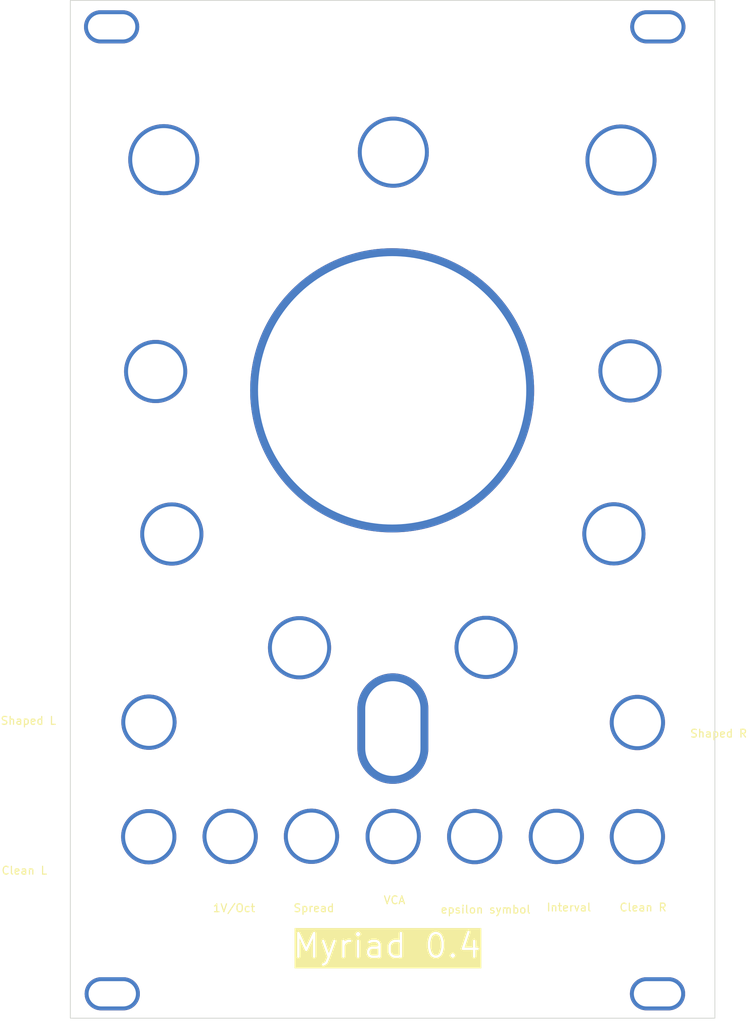
<source format=kicad_pcb>
(kicad_pcb (version 20240108) (generator "pcbnew") (generator_version "8.0")
  (layers (0 "F.Cu" signal) (31 "B.Cu" jumper) (34 "B.Paste" user) (35 "F.Paste" user) (36 "B.SilkS" user "B.Silkscreen") (37 "F.SilkS" user "F.Silkscreen") (38 "B.Mask" user) (39 "F.Mask" user) (44 "Edge.Cuts" user))
  (net 0 "")
  (footprint "benjiaomodular:PanelHole_Potentiometer_RV09" (layer "F.Cu") (at 95.0986 118.401817 180)
    (property "Reference" "REF**" (hide yes))
    (property "Value" "PanelHole_Potentiometer_RV09" (hide yes))
    (pad "" np_thru_hole oval (at 7.5 2.5 270) (size 14 9) (drill oval 12 7) (layers "F&B.Cu" "*.Mask"))
  )
  (footprint "benjiaomodular:PanelHole_AudioJack_3.5mm" (layer "F.Cu") (at 108.324898 123.063018)
    (property "Reference" "REF**" (hide yes))
    (property "Value" "PanelHole_AudioJack_3.5mm")
    (pad "" thru_hole circle (at 0 6.5 180) (size 7 7) (drill 6) (layers "*.Cu" "*.Mask"))
  )
  (footprint "benjiaomodular:MountingHole_M3" (layer "F.Cu") (at 121.19 27)
    (property "Reference" "REF**" (hide yes))
    (property "Value" "MountingHole_M3")
    (pad "" thru_hole oval (at 0 0) (size 7 4.2) (drill oval 6 3.2) (layers "*.Cu" "*.Mask"))
  )
  (footprint "emutelab:PanelHole_Encoder" (layer "F.Cu") (at 114.02 51.3725 90)
    (property "Reference" "REF**" (hide yes))
    (property "Value" "PanelHole_Encoder" (hide yes))
    (pad "" thru_hole circle (at 7.5 2.5 180) (size 9 9) (drill 8) (layers "*.Cu" "*.Mask"))
  )
  (footprint "benjiaomodular:PanelHole_AudioJack_3.5mm" (layer "F.Cu") (at 66.974898 123.063017)
    (property "Reference" "REF**" (hide yes))
    (property "Value" "PanelHole_AudioJack_3.5mm")
    (pad "" thru_hole circle (at 0 6.5 180) (size 7 7) (drill 6) (layers "*.Cu" "*.Mask"))
  )
  (footprint "benjiaomodular:PanelHole_AudioJack_3.5mm" (layer "F.Cu") (at 118.594898 123.093017)
    (property "Reference" "REF**" (hide yes))
    (property "Value" "PanelHole_AudioJack_3.5mm")
    (pad "" thru_hole circle (at 0 6.5 180) (size 7 7) (drill 6) (layers "*.Cu" "*.Mask"))
  )
  (footprint "benjiaomodular:MountingHole_M3" (layer "F.Cu") (at 121.15 149.5)
    (property "Reference" "REF**" (hide yes))
    (property "Value" "MountingHole_M3")
    (pad "" thru_hole oval (at 0 0) (size 7 4.2) (drill oval 6 3.2) (layers "*.Cu" "*.Mask"))
  )
  (footprint "emutelab:PanelHole_Encoder" (layer "F.Cu") (at 56.06 51.33 90)
    (property "Reference" "REF**" (hide yes))
    (property "Value" "PanelHole_Encoder" (hide yes))
    (pad "" thru_hole circle (at 7.5 2.5 180) (size 9 9) (drill 8) (layers "*.Cu" "*.Mask"))
  )
  (footprint "benjiaomodular:PanelHole_AudioJack_3.5mm" (layer "F.Cu") (at 77.284898 123.043017)
    (property "Reference" "REF**" (hide yes))
    (property "Value" "PanelHole_AudioJack_3.5mm")
    (pad "" thru_hole circle (at 0 6.5 180) (size 7 7) (drill 6) (layers "*.Cu" "*.Mask"))
  )
  (footprint "benjiaomodular:PanelHole_Potentiometer_RV09" (layer "F.Cu") (at 113.12 98.7325 90)
    (property "Reference" "REF**" (hide yes))
    (property "Value" "PanelHole_Potentiometer_RV09" (hide yes))
    (pad "" thru_hole circle (at 7.5 2.5 180) (size 8 8) (drill 7) (layers "*.Cu" "*.Mask"))
  )
  (footprint "benjiaomodular:PanelHole_AudioJack_3.5mm" (layer "F.Cu") (at 97.974898 123.083018)
    (property "Reference" "REF**" (hide yes))
    (property "Value" "PanelHole_AudioJack_3.5mm")
    (pad "" thru_hole circle (at 0 6.5 180) (size 7 7) (drill 6) (layers "*.Cu" "*.Mask"))
  )
  (footprint "benjiaomodular:MountingHole_M3" (layer "F.Cu") (at 51.95 27)
    (property "Reference" "REF**" (hide yes))
    (property "Value" "MountingHole_M3")
    (pad "" thru_hole oval (at 0 0) (size 7 4.2) (drill oval 6 3.2) (layers "*.Cu" "*.Mask"))
  )
  (footprint "benjiaomodular:PanelHole_Potentiometer_RV09" (layer "F.Cu") (at 115.16 78.09 90)
    (property "Reference" "REF**" (hide yes))
    (property "Value" "PanelHole_Potentiometer_RV09" (hide yes))
    (pad "" thru_hole circle (at 7.5 2.5 180) (size 8 8) (drill 7) (layers "*.Cu" "*.Mask"))
  )
  (footprint "benjiaomodular:PanelHole_AudioJack_3.5mm" (layer "F.Cu") (at 118.595898 108.633011)
    (property "Reference" "REF**" (hide yes))
    (property "Value" "PanelHole_AudioJack_3.5mm")
    (pad "" thru_hole circle (at 0 6.5 180) (size 7 7) (drill 6) (layers "*.Cu" "*.Mask"))
  )
  (footprint "benjiaomodular:PanelHole_Potentiometer_RV09" (layer "F.Cu") (at 73.27 113.16 90)
    (property "Reference" "REF**" (hide yes))
    (property "Value" "PanelHole_Potentiometer_RV09" (hide yes))
    (pad "" thru_hole circle (at 7.5 2.5 180) (size 8 8) (drill 7) (layers "*.Cu" "*.Mask"))
  )
  (footprint "benjiaomodular:MountingHole_M3" (layer "F.Cu") (at 52.03 149.5)
    (property "Reference" "REF**" (hide yes))
    (property "Value" "MountingHole_M3")
    (pad "" thru_hole oval (at 0 0) (size 7 4.2) (drill oval 6 3.2) (layers "*.Cu" "*.Mask"))
  )
  (footprint "benjiaomodular:PanelHole_Potentiometer_RV09" (layer "F.Cu") (at 55.03 78.1625 90)
    (property "Reference" "REF**" (hide yes))
    (property "Value" "PanelHole_Potentiometer_RV09" (hide yes))
    (pad "" thru_hole circle (at 7.5 2.5 180) (size 8 8) (drill 7) (layers "*.Cu" "*.Mask"))
  )
  (footprint "benjiaomodular:PanelHole_AudioJack_3.5mm" (layer "F.Cu") (at 56.654898 123.103017)
    (property "Reference" "REF**" (hide yes))
    (property "Value" "PanelHole_AudioJack_3.5mm")
    (pad "" thru_hole circle (at 0 6.5 180) (size 7 7) (drill 6) (layers "*.Cu" "*.Mask"))
  )
  (footprint "emutelab:PanelHole_Screen_Round_TFT" (layer "F.Cu") (at 80.01 70.55)
    (property "Reference" "REF**" (hide yes))
    (property "Value" "PanelHole_Screen_Round_TFT" (hide yes))
    (pad "" np_thru_hole circle (at 7.5 2.5 90) (size 36 36) (drill 34) (layers "F&B.Cu" "*.Mask"))
  )
  (footprint "benjiaomodular:PanelHole_Potentiometer_RV09" (layer "F.Cu") (at 96.92 113.11 90)
    (property "Reference" "REF**" (hide yes))
    (property "Value" "PanelHole_Potentiometer_RV09" (hide yes))
    (pad "" thru_hole circle (at 7.5 2.5 180) (size 8 8) (drill 7) (layers "*.Cu" "*.Mask"))
  )
  (footprint "benjiaomodular:PanelHole_Potentiometer_RV09" (layer "F.Cu") (at 57.08 98.7525 90)
    (property "Reference" "REF**" (hide yes))
    (property "Value" "PanelHole_Potentiometer_RV09" (hide yes))
    (pad "" thru_hole circle (at 7.5 2.5 180) (size 8 8) (drill 7) (layers "*.Cu" "*.Mask"))
  )
  (footprint "benjiaomodular:PanelHole_AudioJack_3.5mm" (layer "F.Cu") (at 56.68 108.590001)
    (property "Reference" "REF**" (hide yes))
    (property "Value" "PanelHole_AudioJack_3.5mm")
    (pad "" thru_hole circle (at 0 6.5 180) (size 7 7) (drill 6) (layers "*.Cu" "*.Mask"))
  )
  (footprint "benjiaomodular:PanelHole_AudioJack_3.5mm" (layer "F.Cu") (at 87.644898 123.073017)
    (property "Reference" "REF**" (hide yes))
    (property "Value" "PanelHole_AudioJack_3.5mm")
    (pad "" thru_hole circle (at 0 6.5 180) (size 7 7) (drill 6) (layers "*.Cu" "*.Mask"))
  )
  (footprint "emutelab:PanelHole_Encoder" (layer "F.Cu") (at 85.16 50.38 90)
    (property "Reference" "REF**" (hide yes))
    (property "Value" "PanelHole_Encoder" (hide yes))
    (pad "" thru_hole circle (at 7.5 2.5 180) (size 9 9) (drill 8) (layers "*.Cu" "*.Mask"))
  )
  (gr_rect (start 46.72 23.65) (end 128.42 152.59) (stroke (width 0.1)) (fill none) (layer "Edge.Cuts"))
  (gr_text "Shaped R" (at 125.2 117.11 0) (layer "F.SilkS") (effects (font (size 1 1)) (justify left bottom)))
  (gr_text "Interval\n" (at 107.01 139.14 0) (layer "F.SilkS") (effects (font (size 1 1)) (justify left bottom)))
  (gr_text "Clean L\n" (at 37.91 134.47 0) (layer "F.SilkS") (effects (font (size 1 1)) (justify left bottom)))
  (gr_text "1V/Oct\n" (at 64.7 139.23 0) (layer "F.SilkS") (effects (font (size 1 1)) (justify left bottom)))
  (gr_text "Myriad 0.4\n\n" (at 74.71 150.01 0) (layer "F.SilkS" knockout) (effects (font (size 3 3) (thickness 0.3) (bold yes)) (justify left bottom)))
  (gr_text "VCA\n" (at 86.35 138.22 0) (layer "F.SilkS") (effects (font (size 1 1)) (justify left bottom)))
  (gr_text "Spread\n" (at 74.92 139.23 0) (layer "F.SilkS") (effects (font (size 1 1)) (justify left bottom)))
  (gr_text "epsilon symbol\n" (at 93.57 139.41 0) (layer "F.SilkS") (effects (font (size 1 1)) (justify left bottom)))
  (gr_text "Shaped L" (at 37.8 115.49 0) (layer "F.SilkS") (effects (font (size 1 1)) (justify left bottom)))
  (gr_text "Clean R\n" (at 116.24 139.14 0) (layer "F.SilkS") (effects (font (size 1 1)) (justify left bottom)))
)
</source>
